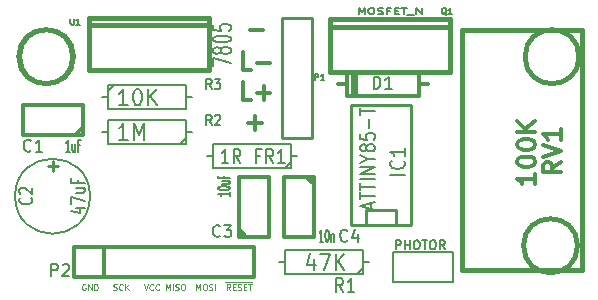
<source format=gto>
G04 (created by PCBNEW (2013-june-11)-stable) date Sun 07 Dec 2014 10:12:18 PM EST*
%MOIN*%
G04 Gerber Fmt 3.4, Leading zero omitted, Abs format*
%FSLAX34Y34*%
G01*
G70*
G90*
G04 APERTURE LIST*
%ADD10C,0.00590551*%
%ADD11C,0.00492126*%
%ADD12C,0.011811*%
%ADD13C,0.015*%
%ADD14C,0.006*%
%ADD15C,0.008*%
%ADD16C,0.01*%
%ADD17C,0.012*%
%ADD18C,0.005*%
%ADD19C,0.0075*%
%ADD20C,0.01125*%
G04 APERTURE END LIST*
G54D10*
G54D11*
X42045Y-48742D02*
X42026Y-48732D01*
X41998Y-48732D01*
X41970Y-48742D01*
X41951Y-48760D01*
X41942Y-48779D01*
X41933Y-48817D01*
X41933Y-48845D01*
X41942Y-48882D01*
X41951Y-48901D01*
X41970Y-48920D01*
X41998Y-48929D01*
X42017Y-48929D01*
X42045Y-48920D01*
X42055Y-48910D01*
X42055Y-48845D01*
X42017Y-48845D01*
X42139Y-48929D02*
X42139Y-48732D01*
X42251Y-48929D01*
X42251Y-48732D01*
X42345Y-48929D02*
X42345Y-48732D01*
X42392Y-48732D01*
X42420Y-48742D01*
X42439Y-48760D01*
X42448Y-48779D01*
X42458Y-48817D01*
X42458Y-48845D01*
X42448Y-48882D01*
X42439Y-48901D01*
X42420Y-48920D01*
X42392Y-48929D01*
X42345Y-48929D01*
X42983Y-48920D02*
X43011Y-48929D01*
X43058Y-48929D01*
X43076Y-48920D01*
X43086Y-48910D01*
X43095Y-48892D01*
X43095Y-48873D01*
X43086Y-48854D01*
X43076Y-48845D01*
X43058Y-48835D01*
X43020Y-48826D01*
X43001Y-48817D01*
X42992Y-48807D01*
X42983Y-48789D01*
X42983Y-48770D01*
X42992Y-48751D01*
X43001Y-48742D01*
X43020Y-48732D01*
X43067Y-48732D01*
X43095Y-48742D01*
X43292Y-48910D02*
X43282Y-48920D01*
X43254Y-48929D01*
X43236Y-48929D01*
X43208Y-48920D01*
X43189Y-48901D01*
X43179Y-48882D01*
X43170Y-48845D01*
X43170Y-48817D01*
X43179Y-48779D01*
X43189Y-48760D01*
X43208Y-48742D01*
X43236Y-48732D01*
X43254Y-48732D01*
X43282Y-48742D01*
X43292Y-48751D01*
X43376Y-48929D02*
X43376Y-48732D01*
X43489Y-48929D02*
X43404Y-48817D01*
X43489Y-48732D02*
X43376Y-48845D01*
X43995Y-48732D02*
X44061Y-48929D01*
X44126Y-48732D01*
X44304Y-48910D02*
X44295Y-48920D01*
X44267Y-48929D01*
X44248Y-48929D01*
X44220Y-48920D01*
X44201Y-48901D01*
X44192Y-48882D01*
X44182Y-48845D01*
X44182Y-48817D01*
X44192Y-48779D01*
X44201Y-48760D01*
X44220Y-48742D01*
X44248Y-48732D01*
X44267Y-48732D01*
X44295Y-48742D01*
X44304Y-48751D01*
X44501Y-48910D02*
X44492Y-48920D01*
X44464Y-48929D01*
X44445Y-48929D01*
X44417Y-48920D01*
X44398Y-48901D01*
X44389Y-48882D01*
X44379Y-48845D01*
X44379Y-48817D01*
X44389Y-48779D01*
X44398Y-48760D01*
X44417Y-48742D01*
X44445Y-48732D01*
X44464Y-48732D01*
X44492Y-48742D01*
X44501Y-48751D01*
X44735Y-48929D02*
X44735Y-48732D01*
X44801Y-48873D01*
X44867Y-48732D01*
X44867Y-48929D01*
X44960Y-48929D02*
X44960Y-48732D01*
X45045Y-48920D02*
X45073Y-48929D01*
X45120Y-48929D01*
X45139Y-48920D01*
X45148Y-48910D01*
X45157Y-48892D01*
X45157Y-48873D01*
X45148Y-48854D01*
X45139Y-48845D01*
X45120Y-48835D01*
X45082Y-48826D01*
X45064Y-48817D01*
X45054Y-48807D01*
X45045Y-48789D01*
X45045Y-48770D01*
X45054Y-48751D01*
X45064Y-48742D01*
X45082Y-48732D01*
X45129Y-48732D01*
X45157Y-48742D01*
X45279Y-48732D02*
X45317Y-48732D01*
X45335Y-48742D01*
X45354Y-48760D01*
X45363Y-48798D01*
X45363Y-48864D01*
X45354Y-48901D01*
X45335Y-48920D01*
X45317Y-48929D01*
X45279Y-48929D01*
X45260Y-48920D01*
X45242Y-48901D01*
X45232Y-48864D01*
X45232Y-48798D01*
X45242Y-48760D01*
X45260Y-48742D01*
X45279Y-48732D01*
X45748Y-48929D02*
X45748Y-48732D01*
X45813Y-48873D01*
X45879Y-48732D01*
X45879Y-48929D01*
X46010Y-48732D02*
X46048Y-48732D01*
X46067Y-48742D01*
X46085Y-48760D01*
X46095Y-48798D01*
X46095Y-48864D01*
X46085Y-48901D01*
X46067Y-48920D01*
X46048Y-48929D01*
X46010Y-48929D01*
X45992Y-48920D01*
X45973Y-48901D01*
X45963Y-48864D01*
X45963Y-48798D01*
X45973Y-48760D01*
X45992Y-48742D01*
X46010Y-48732D01*
X46170Y-48920D02*
X46198Y-48929D01*
X46245Y-48929D01*
X46263Y-48920D01*
X46273Y-48910D01*
X46282Y-48892D01*
X46282Y-48873D01*
X46273Y-48854D01*
X46263Y-48845D01*
X46245Y-48835D01*
X46207Y-48826D01*
X46188Y-48817D01*
X46179Y-48807D01*
X46170Y-48789D01*
X46170Y-48770D01*
X46179Y-48751D01*
X46188Y-48742D01*
X46207Y-48732D01*
X46254Y-48732D01*
X46282Y-48742D01*
X46366Y-48929D02*
X46366Y-48732D01*
X46873Y-48929D02*
X46807Y-48835D01*
X46760Y-48929D02*
X46760Y-48732D01*
X46835Y-48732D01*
X46854Y-48742D01*
X46863Y-48751D01*
X46873Y-48770D01*
X46873Y-48798D01*
X46863Y-48817D01*
X46854Y-48826D01*
X46835Y-48835D01*
X46760Y-48835D01*
X46957Y-48826D02*
X47023Y-48826D01*
X47051Y-48929D02*
X46957Y-48929D01*
X46957Y-48732D01*
X47051Y-48732D01*
X47126Y-48920D02*
X47154Y-48929D01*
X47201Y-48929D01*
X47220Y-48920D01*
X47229Y-48910D01*
X47238Y-48892D01*
X47238Y-48873D01*
X47229Y-48854D01*
X47220Y-48845D01*
X47201Y-48835D01*
X47163Y-48826D01*
X47145Y-48817D01*
X47135Y-48807D01*
X47126Y-48789D01*
X47126Y-48770D01*
X47135Y-48751D01*
X47145Y-48742D01*
X47163Y-48732D01*
X47210Y-48732D01*
X47238Y-48742D01*
X47323Y-48826D02*
X47388Y-48826D01*
X47416Y-48929D02*
X47323Y-48929D01*
X47323Y-48732D01*
X47416Y-48732D01*
X47473Y-48732D02*
X47585Y-48732D01*
X47529Y-48929D02*
X47529Y-48732D01*
X46713Y-48658D02*
X47604Y-48658D01*
G54D12*
X47567Y-41589D02*
X47285Y-41589D01*
X47285Y-40998D01*
X47764Y-41364D02*
X48214Y-41364D01*
X47567Y-42589D02*
X47285Y-42589D01*
X47285Y-41998D01*
X47764Y-42364D02*
X48214Y-42364D01*
X47989Y-42589D02*
X47989Y-42139D01*
X47475Y-43364D02*
X47924Y-43364D01*
X47700Y-43589D02*
X47700Y-43139D01*
X47525Y-40264D02*
X47974Y-40264D01*
G54D13*
X41650Y-41150D02*
G75*
G03X41650Y-41150I-900J0D01*
G74*
G01*
X58500Y-41150D02*
G75*
G03X58500Y-41150I-900J0D01*
G74*
G01*
X58450Y-47450D02*
G75*
G03X58450Y-47450I-900J0D01*
G74*
G01*
X54600Y-48250D02*
X54600Y-40250D01*
X54600Y-40250D02*
X57600Y-40250D01*
X57600Y-40250D02*
X58600Y-40250D01*
X58600Y-40250D02*
X58600Y-48250D01*
X58600Y-48250D02*
X54600Y-48250D01*
X41625Y-41150D02*
G75*
G03X41625Y-41150I-900J0D01*
G74*
G01*
G54D14*
X52300Y-48650D02*
X52300Y-47650D01*
X52300Y-47650D02*
X54300Y-47650D01*
X54300Y-47650D02*
X54300Y-48650D01*
X54300Y-48650D02*
X52300Y-48650D01*
G54D13*
X42150Y-40100D02*
X42150Y-39850D01*
X42150Y-39850D02*
X46150Y-39850D01*
X46150Y-39850D02*
X46150Y-40100D01*
X42150Y-41600D02*
X42150Y-40100D01*
X42150Y-40100D02*
X46150Y-40100D01*
X46150Y-40100D02*
X46150Y-41600D01*
X46150Y-41600D02*
X42150Y-41600D01*
X50200Y-40150D02*
X50200Y-39900D01*
X50200Y-39900D02*
X54200Y-39900D01*
X54200Y-39900D02*
X54200Y-40150D01*
X50200Y-41650D02*
X50200Y-40150D01*
X50200Y-40150D02*
X54200Y-40150D01*
X54200Y-40150D02*
X54200Y-41650D01*
X54200Y-41650D02*
X50200Y-41650D01*
G54D15*
X45600Y-43650D02*
X45400Y-43650D01*
X42600Y-43650D02*
X42800Y-43650D01*
X42800Y-43650D02*
X42800Y-44050D01*
X42800Y-44050D02*
X45400Y-44050D01*
X45400Y-44050D02*
X45400Y-43250D01*
X45400Y-43250D02*
X42800Y-43250D01*
X42800Y-43250D02*
X42800Y-43650D01*
X45400Y-43850D02*
X45200Y-44050D01*
X51500Y-48000D02*
X51300Y-48000D01*
X48500Y-48000D02*
X48700Y-48000D01*
X48700Y-48000D02*
X48700Y-48400D01*
X48700Y-48400D02*
X51300Y-48400D01*
X51300Y-48400D02*
X51300Y-47600D01*
X51300Y-47600D02*
X48700Y-47600D01*
X48700Y-47600D02*
X48700Y-48000D01*
X51300Y-48200D02*
X51100Y-48400D01*
G54D16*
X49600Y-39850D02*
X49600Y-43850D01*
X48600Y-39850D02*
X48600Y-43850D01*
X48600Y-43850D02*
X49600Y-43850D01*
X49600Y-39850D02*
X48600Y-39850D01*
G54D17*
X41650Y-48500D02*
X41650Y-47500D01*
X41650Y-47500D02*
X47650Y-47500D01*
X47650Y-47500D02*
X47650Y-48500D01*
X47650Y-48500D02*
X41650Y-48500D01*
X42650Y-48500D02*
X42650Y-47500D01*
X41930Y-43750D02*
X39950Y-43750D01*
X39950Y-43750D02*
X39950Y-42750D01*
X39950Y-42750D02*
X41950Y-42750D01*
X41950Y-42750D02*
X41950Y-43750D01*
X41950Y-43500D02*
X41700Y-43750D01*
X47150Y-47130D02*
X47150Y-45150D01*
X47150Y-45150D02*
X48150Y-45150D01*
X48150Y-45150D02*
X48150Y-47150D01*
X48150Y-47150D02*
X47150Y-47150D01*
X47400Y-47150D02*
X47150Y-46900D01*
G54D16*
X51400Y-46750D02*
X51400Y-46250D01*
X51400Y-46250D02*
X52400Y-46250D01*
X52400Y-46250D02*
X52400Y-46750D01*
X50900Y-46750D02*
X50900Y-42750D01*
X50900Y-42750D02*
X52900Y-42750D01*
X52900Y-42750D02*
X52900Y-46750D01*
X52900Y-46750D02*
X50900Y-46750D01*
G54D17*
X49650Y-45170D02*
X49650Y-47150D01*
X49650Y-47150D02*
X48650Y-47150D01*
X48650Y-47150D02*
X48650Y-45150D01*
X48650Y-45150D02*
X49650Y-45150D01*
X49400Y-45150D02*
X49650Y-45400D01*
G54D18*
X42200Y-45800D02*
G75*
G03X42200Y-45800I-1250J0D01*
G74*
G01*
G54D15*
X42600Y-42500D02*
X42800Y-42500D01*
X45600Y-42500D02*
X45400Y-42500D01*
X45400Y-42500D02*
X45400Y-42100D01*
X45400Y-42100D02*
X42800Y-42100D01*
X42800Y-42100D02*
X42800Y-42900D01*
X42800Y-42900D02*
X45400Y-42900D01*
X45400Y-42900D02*
X45400Y-42500D01*
X42800Y-42300D02*
X43000Y-42100D01*
X49100Y-44450D02*
X48900Y-44450D01*
X46100Y-44450D02*
X46300Y-44450D01*
X46300Y-44450D02*
X46300Y-44850D01*
X46300Y-44850D02*
X48900Y-44850D01*
X48900Y-44850D02*
X48900Y-44050D01*
X48900Y-44050D02*
X46300Y-44050D01*
X46300Y-44050D02*
X46300Y-44450D01*
X48900Y-44650D02*
X48700Y-44850D01*
G54D17*
X50450Y-42050D02*
X50750Y-42050D01*
X50750Y-42050D02*
X50750Y-42450D01*
X50750Y-42450D02*
X53150Y-42450D01*
X53150Y-42450D02*
X53150Y-42050D01*
X53150Y-42050D02*
X53450Y-42050D01*
X53150Y-42050D02*
X53150Y-41650D01*
X53150Y-41650D02*
X50750Y-41650D01*
X50750Y-41650D02*
X50750Y-42050D01*
X50950Y-42450D02*
X50950Y-41650D01*
X51050Y-41650D02*
X51050Y-42450D01*
X57892Y-44657D02*
X57607Y-44857D01*
X57892Y-45000D02*
X57292Y-45000D01*
X57292Y-44771D01*
X57321Y-44714D01*
X57350Y-44685D01*
X57407Y-44657D01*
X57492Y-44657D01*
X57550Y-44685D01*
X57578Y-44714D01*
X57607Y-44771D01*
X57607Y-45000D01*
X57292Y-44485D02*
X57892Y-44285D01*
X57292Y-44085D01*
X57892Y-43571D02*
X57892Y-43914D01*
X57892Y-43742D02*
X57292Y-43742D01*
X57378Y-43800D01*
X57435Y-43857D01*
X57464Y-43914D01*
X57042Y-45050D02*
X57042Y-45392D01*
X57042Y-45221D02*
X56442Y-45221D01*
X56528Y-45278D01*
X56585Y-45335D01*
X56614Y-45392D01*
X56442Y-44678D02*
X56442Y-44621D01*
X56471Y-44564D01*
X56500Y-44535D01*
X56557Y-44507D01*
X56671Y-44478D01*
X56814Y-44478D01*
X56928Y-44507D01*
X56985Y-44535D01*
X57014Y-44564D01*
X57042Y-44621D01*
X57042Y-44678D01*
X57014Y-44735D01*
X56985Y-44764D01*
X56928Y-44792D01*
X56814Y-44821D01*
X56671Y-44821D01*
X56557Y-44792D01*
X56500Y-44764D01*
X56471Y-44735D01*
X56442Y-44678D01*
X56442Y-44107D02*
X56442Y-44049D01*
X56471Y-43992D01*
X56500Y-43964D01*
X56557Y-43935D01*
X56671Y-43907D01*
X56814Y-43907D01*
X56928Y-43935D01*
X56985Y-43964D01*
X57014Y-43992D01*
X57042Y-44049D01*
X57042Y-44107D01*
X57014Y-44164D01*
X56985Y-44192D01*
X56928Y-44221D01*
X56814Y-44249D01*
X56671Y-44249D01*
X56557Y-44221D01*
X56500Y-44192D01*
X56471Y-44164D01*
X56442Y-44107D01*
X57042Y-43649D02*
X56442Y-43649D01*
X57042Y-43307D02*
X56700Y-43564D01*
X56442Y-43307D02*
X56785Y-43649D01*
G54D14*
X52385Y-47571D02*
X52385Y-47271D01*
X52500Y-47271D01*
X52528Y-47285D01*
X52542Y-47300D01*
X52557Y-47328D01*
X52557Y-47371D01*
X52542Y-47400D01*
X52528Y-47414D01*
X52500Y-47428D01*
X52385Y-47428D01*
X52685Y-47571D02*
X52685Y-47271D01*
X52685Y-47414D02*
X52857Y-47414D01*
X52857Y-47571D02*
X52857Y-47271D01*
X53057Y-47271D02*
X53114Y-47271D01*
X53142Y-47285D01*
X53171Y-47314D01*
X53185Y-47371D01*
X53185Y-47471D01*
X53171Y-47528D01*
X53142Y-47557D01*
X53114Y-47571D01*
X53057Y-47571D01*
X53028Y-47557D01*
X53000Y-47528D01*
X52985Y-47471D01*
X52985Y-47371D01*
X53000Y-47314D01*
X53028Y-47285D01*
X53057Y-47271D01*
X53271Y-47271D02*
X53442Y-47271D01*
X53357Y-47571D02*
X53357Y-47271D01*
X53600Y-47271D02*
X53657Y-47271D01*
X53685Y-47285D01*
X53714Y-47314D01*
X53728Y-47371D01*
X53728Y-47471D01*
X53714Y-47528D01*
X53685Y-47557D01*
X53657Y-47571D01*
X53600Y-47571D01*
X53571Y-47557D01*
X53542Y-47528D01*
X53528Y-47471D01*
X53528Y-47371D01*
X53542Y-47314D01*
X53571Y-47285D01*
X53600Y-47271D01*
X54028Y-47571D02*
X53928Y-47428D01*
X53857Y-47571D02*
X53857Y-47271D01*
X53971Y-47271D01*
X54000Y-47285D01*
X54014Y-47300D01*
X54028Y-47328D01*
X54028Y-47371D01*
X54014Y-47400D01*
X54000Y-47414D01*
X53971Y-47428D01*
X53857Y-47428D01*
G54D18*
X41547Y-39880D02*
X41547Y-40042D01*
X41557Y-40061D01*
X41566Y-40071D01*
X41585Y-40080D01*
X41623Y-40080D01*
X41642Y-40071D01*
X41652Y-40061D01*
X41661Y-40042D01*
X41661Y-39880D01*
X41861Y-40080D02*
X41747Y-40080D01*
X41804Y-40080D02*
X41804Y-39880D01*
X41785Y-39909D01*
X41766Y-39928D01*
X41747Y-39938D01*
G54D15*
X46292Y-41454D02*
X46292Y-41188D01*
X46892Y-41359D01*
X46550Y-40978D02*
X46521Y-41016D01*
X46492Y-41035D01*
X46435Y-41054D01*
X46407Y-41054D01*
X46350Y-41035D01*
X46321Y-41016D01*
X46292Y-40978D01*
X46292Y-40902D01*
X46321Y-40864D01*
X46350Y-40845D01*
X46407Y-40826D01*
X46435Y-40826D01*
X46492Y-40845D01*
X46521Y-40864D01*
X46550Y-40902D01*
X46550Y-40978D01*
X46578Y-41016D01*
X46607Y-41035D01*
X46664Y-41054D01*
X46778Y-41054D01*
X46835Y-41035D01*
X46864Y-41016D01*
X46892Y-40978D01*
X46892Y-40902D01*
X46864Y-40864D01*
X46835Y-40845D01*
X46778Y-40826D01*
X46664Y-40826D01*
X46607Y-40845D01*
X46578Y-40864D01*
X46550Y-40902D01*
X46292Y-40578D02*
X46292Y-40540D01*
X46321Y-40502D01*
X46350Y-40483D01*
X46407Y-40464D01*
X46521Y-40445D01*
X46664Y-40445D01*
X46778Y-40464D01*
X46835Y-40483D01*
X46864Y-40502D01*
X46892Y-40540D01*
X46892Y-40578D01*
X46864Y-40616D01*
X46835Y-40635D01*
X46778Y-40654D01*
X46664Y-40673D01*
X46521Y-40673D01*
X46407Y-40654D01*
X46350Y-40635D01*
X46321Y-40616D01*
X46292Y-40578D01*
X46292Y-40083D02*
X46292Y-40273D01*
X46578Y-40292D01*
X46550Y-40273D01*
X46521Y-40235D01*
X46521Y-40140D01*
X46550Y-40102D01*
X46578Y-40083D01*
X46635Y-40064D01*
X46778Y-40064D01*
X46835Y-40083D01*
X46864Y-40102D01*
X46892Y-40140D01*
X46892Y-40235D01*
X46864Y-40273D01*
X46835Y-40292D01*
G54D18*
X54080Y-39750D02*
X54061Y-39740D01*
X54042Y-39721D01*
X54014Y-39692D01*
X53995Y-39683D01*
X53976Y-39683D01*
X53985Y-39730D02*
X53966Y-39721D01*
X53947Y-39702D01*
X53938Y-39664D01*
X53938Y-39597D01*
X53947Y-39559D01*
X53966Y-39540D01*
X53985Y-39530D01*
X54023Y-39530D01*
X54042Y-39540D01*
X54061Y-39559D01*
X54071Y-39597D01*
X54071Y-39664D01*
X54061Y-39702D01*
X54042Y-39721D01*
X54023Y-39730D01*
X53985Y-39730D01*
X54261Y-39730D02*
X54147Y-39730D01*
X54204Y-39730D02*
X54204Y-39530D01*
X54185Y-39559D01*
X54166Y-39578D01*
X54147Y-39588D01*
X51150Y-39730D02*
X51150Y-39530D01*
X51250Y-39673D01*
X51350Y-39530D01*
X51350Y-39730D01*
X51550Y-39530D02*
X51607Y-39530D01*
X51635Y-39540D01*
X51664Y-39559D01*
X51678Y-39597D01*
X51678Y-39664D01*
X51664Y-39702D01*
X51635Y-39721D01*
X51607Y-39730D01*
X51550Y-39730D01*
X51521Y-39721D01*
X51492Y-39702D01*
X51478Y-39664D01*
X51478Y-39597D01*
X51492Y-39559D01*
X51521Y-39540D01*
X51550Y-39530D01*
X51792Y-39721D02*
X51835Y-39730D01*
X51907Y-39730D01*
X51935Y-39721D01*
X51950Y-39711D01*
X51964Y-39692D01*
X51964Y-39673D01*
X51950Y-39654D01*
X51935Y-39645D01*
X51907Y-39635D01*
X51850Y-39626D01*
X51821Y-39616D01*
X51807Y-39607D01*
X51792Y-39588D01*
X51792Y-39569D01*
X51807Y-39550D01*
X51821Y-39540D01*
X51850Y-39530D01*
X51921Y-39530D01*
X51964Y-39540D01*
X52192Y-39626D02*
X52092Y-39626D01*
X52092Y-39730D02*
X52092Y-39530D01*
X52235Y-39530D01*
X52350Y-39626D02*
X52450Y-39626D01*
X52492Y-39730D02*
X52350Y-39730D01*
X52350Y-39530D01*
X52492Y-39530D01*
X52578Y-39530D02*
X52750Y-39530D01*
X52664Y-39730D02*
X52664Y-39530D01*
X52778Y-39750D02*
X53007Y-39750D01*
X53078Y-39730D02*
X53078Y-39530D01*
X53250Y-39730D01*
X53250Y-39530D01*
G54D19*
X46250Y-43441D02*
X46150Y-43275D01*
X46078Y-43441D02*
X46078Y-43091D01*
X46192Y-43091D01*
X46221Y-43108D01*
X46235Y-43125D01*
X46250Y-43158D01*
X46250Y-43208D01*
X46235Y-43241D01*
X46221Y-43258D01*
X46192Y-43275D01*
X46078Y-43275D01*
X46364Y-43125D02*
X46378Y-43108D01*
X46407Y-43091D01*
X46478Y-43091D01*
X46507Y-43108D01*
X46521Y-43125D01*
X46535Y-43158D01*
X46535Y-43191D01*
X46521Y-43241D01*
X46350Y-43441D01*
X46535Y-43441D01*
G54D15*
X43457Y-43922D02*
X43171Y-43922D01*
X43314Y-43922D02*
X43314Y-43372D01*
X43266Y-43451D01*
X43219Y-43503D01*
X43171Y-43529D01*
X43671Y-43922D02*
X43671Y-43372D01*
X43838Y-43765D01*
X44004Y-43372D01*
X44004Y-43922D01*
X50633Y-48982D02*
X50500Y-48767D01*
X50404Y-48982D02*
X50404Y-48532D01*
X50557Y-48532D01*
X50595Y-48553D01*
X50614Y-48575D01*
X50633Y-48617D01*
X50633Y-48682D01*
X50614Y-48725D01*
X50595Y-48746D01*
X50557Y-48767D01*
X50404Y-48767D01*
X51014Y-48982D02*
X50785Y-48982D01*
X50900Y-48982D02*
X50900Y-48532D01*
X50861Y-48596D01*
X50823Y-48639D01*
X50785Y-48660D01*
X49657Y-47905D02*
X49657Y-48272D01*
X49538Y-47696D02*
X49419Y-48089D01*
X49728Y-48089D01*
X49871Y-47722D02*
X50204Y-47722D01*
X49990Y-48272D01*
X50395Y-48272D02*
X50395Y-47722D01*
X50680Y-48272D02*
X50466Y-47958D01*
X50680Y-47722D02*
X50395Y-48036D01*
G54D18*
X49702Y-41930D02*
X49702Y-41730D01*
X49778Y-41730D01*
X49797Y-41740D01*
X49807Y-41750D01*
X49816Y-41769D01*
X49816Y-41797D01*
X49807Y-41816D01*
X49797Y-41826D01*
X49778Y-41835D01*
X49702Y-41835D01*
X50007Y-41930D02*
X49892Y-41930D01*
X49950Y-41930D02*
X49950Y-41730D01*
X49930Y-41759D01*
X49911Y-41778D01*
X49892Y-41788D01*
G54D15*
X40904Y-48461D02*
X40904Y-48061D01*
X41057Y-48061D01*
X41095Y-48080D01*
X41114Y-48100D01*
X41133Y-48138D01*
X41133Y-48195D01*
X41114Y-48233D01*
X41095Y-48252D01*
X41057Y-48271D01*
X40904Y-48271D01*
X41285Y-48100D02*
X41304Y-48080D01*
X41342Y-48061D01*
X41438Y-48061D01*
X41476Y-48080D01*
X41495Y-48100D01*
X41514Y-48138D01*
X41514Y-48176D01*
X41495Y-48233D01*
X41266Y-48461D01*
X41514Y-48461D01*
X40233Y-44273D02*
X40214Y-44292D01*
X40157Y-44311D01*
X40119Y-44311D01*
X40061Y-44292D01*
X40023Y-44254D01*
X40004Y-44216D01*
X39985Y-44140D01*
X39985Y-44083D01*
X40004Y-44007D01*
X40023Y-43969D01*
X40061Y-43930D01*
X40119Y-43911D01*
X40157Y-43911D01*
X40214Y-43930D01*
X40233Y-43950D01*
X40614Y-44311D02*
X40385Y-44311D01*
X40500Y-44311D02*
X40500Y-43911D01*
X40461Y-43969D01*
X40423Y-44007D01*
X40385Y-44026D01*
G54D18*
X41530Y-44311D02*
X41416Y-44311D01*
X41473Y-44311D02*
X41473Y-43911D01*
X41454Y-43969D01*
X41435Y-44007D01*
X41416Y-44026D01*
X41702Y-44045D02*
X41702Y-44311D01*
X41616Y-44045D02*
X41616Y-44254D01*
X41626Y-44292D01*
X41645Y-44311D01*
X41673Y-44311D01*
X41692Y-44292D01*
X41702Y-44273D01*
X41864Y-44102D02*
X41797Y-44102D01*
X41797Y-44311D02*
X41797Y-43911D01*
X41892Y-43911D01*
G54D15*
X46533Y-47123D02*
X46514Y-47142D01*
X46457Y-47161D01*
X46419Y-47161D01*
X46361Y-47142D01*
X46323Y-47104D01*
X46304Y-47066D01*
X46285Y-46990D01*
X46285Y-46933D01*
X46304Y-46857D01*
X46323Y-46819D01*
X46361Y-46780D01*
X46419Y-46761D01*
X46457Y-46761D01*
X46514Y-46780D01*
X46533Y-46800D01*
X46666Y-46761D02*
X46914Y-46761D01*
X46780Y-46914D01*
X46838Y-46914D01*
X46876Y-46933D01*
X46895Y-46952D01*
X46914Y-46990D01*
X46914Y-47085D01*
X46895Y-47123D01*
X46876Y-47142D01*
X46838Y-47161D01*
X46723Y-47161D01*
X46685Y-47142D01*
X46666Y-47123D01*
G54D18*
X46861Y-45664D02*
X46861Y-45778D01*
X46861Y-45721D02*
X46461Y-45721D01*
X46519Y-45740D01*
X46557Y-45759D01*
X46576Y-45778D01*
X46461Y-45540D02*
X46461Y-45521D01*
X46480Y-45502D01*
X46500Y-45492D01*
X46538Y-45483D01*
X46614Y-45473D01*
X46709Y-45473D01*
X46785Y-45483D01*
X46823Y-45492D01*
X46842Y-45502D01*
X46861Y-45521D01*
X46861Y-45540D01*
X46842Y-45559D01*
X46823Y-45569D01*
X46785Y-45578D01*
X46709Y-45588D01*
X46614Y-45588D01*
X46538Y-45578D01*
X46500Y-45569D01*
X46480Y-45559D01*
X46461Y-45540D01*
X46595Y-45302D02*
X46861Y-45302D01*
X46595Y-45388D02*
X46804Y-45388D01*
X46842Y-45378D01*
X46861Y-45359D01*
X46861Y-45330D01*
X46842Y-45311D01*
X46823Y-45302D01*
X46652Y-45140D02*
X46652Y-45207D01*
X46861Y-45207D02*
X46461Y-45207D01*
X46461Y-45111D01*
G54D15*
X52702Y-45089D02*
X52202Y-45089D01*
X52654Y-44617D02*
X52678Y-44639D01*
X52702Y-44703D01*
X52702Y-44746D01*
X52678Y-44810D01*
X52630Y-44853D01*
X52583Y-44874D01*
X52488Y-44896D01*
X52416Y-44896D01*
X52321Y-44874D01*
X52273Y-44853D01*
X52226Y-44810D01*
X52202Y-44746D01*
X52202Y-44703D01*
X52226Y-44639D01*
X52250Y-44617D01*
X52702Y-44189D02*
X52702Y-44446D01*
X52702Y-44317D02*
X52202Y-44317D01*
X52273Y-44360D01*
X52321Y-44403D01*
X52345Y-44446D01*
X51559Y-46207D02*
X51559Y-46016D01*
X51702Y-46245D02*
X51202Y-46111D01*
X51702Y-45978D01*
X51202Y-45902D02*
X51202Y-45673D01*
X51702Y-45788D02*
X51202Y-45788D01*
X51202Y-45597D02*
X51202Y-45369D01*
X51702Y-45483D02*
X51202Y-45483D01*
X51702Y-45235D02*
X51202Y-45235D01*
X51702Y-45045D02*
X51202Y-45045D01*
X51702Y-44816D01*
X51202Y-44816D01*
X51464Y-44549D02*
X51702Y-44549D01*
X51202Y-44683D02*
X51464Y-44549D01*
X51202Y-44416D01*
X51416Y-44226D02*
X51392Y-44264D01*
X51369Y-44283D01*
X51321Y-44302D01*
X51297Y-44302D01*
X51250Y-44283D01*
X51226Y-44264D01*
X51202Y-44226D01*
X51202Y-44150D01*
X51226Y-44111D01*
X51250Y-44092D01*
X51297Y-44073D01*
X51321Y-44073D01*
X51369Y-44092D01*
X51392Y-44111D01*
X51416Y-44150D01*
X51416Y-44226D01*
X51440Y-44264D01*
X51464Y-44283D01*
X51511Y-44302D01*
X51607Y-44302D01*
X51654Y-44283D01*
X51678Y-44264D01*
X51702Y-44226D01*
X51702Y-44150D01*
X51678Y-44111D01*
X51654Y-44092D01*
X51607Y-44073D01*
X51511Y-44073D01*
X51464Y-44092D01*
X51440Y-44111D01*
X51416Y-44150D01*
X51202Y-43711D02*
X51202Y-43902D01*
X51440Y-43921D01*
X51416Y-43902D01*
X51392Y-43864D01*
X51392Y-43769D01*
X51416Y-43730D01*
X51440Y-43711D01*
X51488Y-43692D01*
X51607Y-43692D01*
X51654Y-43711D01*
X51678Y-43730D01*
X51702Y-43769D01*
X51702Y-43864D01*
X51678Y-43902D01*
X51654Y-43921D01*
X51511Y-43521D02*
X51511Y-43216D01*
X51202Y-43083D02*
X51202Y-42854D01*
X51702Y-42969D02*
X51202Y-42969D01*
X50783Y-47273D02*
X50764Y-47292D01*
X50707Y-47311D01*
X50669Y-47311D01*
X50611Y-47292D01*
X50573Y-47254D01*
X50554Y-47216D01*
X50535Y-47140D01*
X50535Y-47083D01*
X50554Y-47007D01*
X50573Y-46969D01*
X50611Y-46930D01*
X50669Y-46911D01*
X50707Y-46911D01*
X50764Y-46930D01*
X50783Y-46950D01*
X51126Y-47045D02*
X51126Y-47311D01*
X51030Y-46892D02*
X50935Y-47178D01*
X51183Y-47178D01*
G54D18*
X49971Y-47311D02*
X49857Y-47311D01*
X49914Y-47311D02*
X49914Y-46911D01*
X49895Y-46969D01*
X49876Y-47007D01*
X49857Y-47026D01*
X50095Y-46911D02*
X50114Y-46911D01*
X50133Y-46930D01*
X50142Y-46950D01*
X50152Y-46988D01*
X50161Y-47064D01*
X50161Y-47159D01*
X50152Y-47235D01*
X50142Y-47273D01*
X50133Y-47292D01*
X50114Y-47311D01*
X50095Y-47311D01*
X50076Y-47292D01*
X50066Y-47273D01*
X50057Y-47235D01*
X50047Y-47159D01*
X50047Y-47064D01*
X50057Y-46988D01*
X50066Y-46950D01*
X50076Y-46930D01*
X50095Y-46911D01*
X50247Y-47045D02*
X50247Y-47311D01*
X50247Y-47083D02*
X50257Y-47064D01*
X50276Y-47045D01*
X50304Y-47045D01*
X50323Y-47064D01*
X50333Y-47102D01*
X50333Y-47311D01*
G54D15*
X40239Y-45858D02*
X40260Y-45875D01*
X40282Y-45925D01*
X40282Y-45958D01*
X40260Y-46008D01*
X40217Y-46041D01*
X40175Y-46058D01*
X40089Y-46075D01*
X40025Y-46075D01*
X39939Y-46058D01*
X39896Y-46041D01*
X39853Y-46008D01*
X39832Y-45958D01*
X39832Y-45925D01*
X39853Y-45875D01*
X39875Y-45858D01*
X39875Y-45725D02*
X39853Y-45708D01*
X39832Y-45675D01*
X39832Y-45591D01*
X39853Y-45558D01*
X39875Y-45541D01*
X39917Y-45525D01*
X39960Y-45525D01*
X40025Y-45541D01*
X40282Y-45741D01*
X40282Y-45525D01*
X41732Y-46208D02*
X42032Y-46208D01*
X41560Y-46291D02*
X41882Y-46375D01*
X41882Y-46158D01*
X41582Y-46058D02*
X41582Y-45824D01*
X42032Y-45974D01*
X41732Y-45541D02*
X42032Y-45541D01*
X41732Y-45691D02*
X41967Y-45691D01*
X42010Y-45674D01*
X42032Y-45641D01*
X42032Y-45591D01*
X42010Y-45558D01*
X41989Y-45541D01*
X41796Y-45258D02*
X41796Y-45374D01*
X42032Y-45374D02*
X41582Y-45374D01*
X41582Y-45208D01*
G54D20*
X40960Y-44971D02*
X40960Y-44628D01*
X41132Y-44800D02*
X40789Y-44800D01*
G54D17*
G54D19*
X46250Y-42241D02*
X46150Y-42075D01*
X46078Y-42241D02*
X46078Y-41891D01*
X46192Y-41891D01*
X46221Y-41908D01*
X46235Y-41925D01*
X46250Y-41958D01*
X46250Y-42008D01*
X46235Y-42041D01*
X46221Y-42058D01*
X46192Y-42075D01*
X46078Y-42075D01*
X46350Y-41891D02*
X46535Y-41891D01*
X46435Y-42025D01*
X46478Y-42025D01*
X46507Y-42041D01*
X46521Y-42058D01*
X46535Y-42091D01*
X46535Y-42175D01*
X46521Y-42208D01*
X46507Y-42225D01*
X46478Y-42241D01*
X46392Y-42241D01*
X46364Y-42225D01*
X46350Y-42208D01*
G54D15*
X43454Y-42772D02*
X43169Y-42772D01*
X43311Y-42772D02*
X43311Y-42222D01*
X43264Y-42301D01*
X43216Y-42353D01*
X43169Y-42379D01*
X43764Y-42222D02*
X43811Y-42222D01*
X43859Y-42248D01*
X43883Y-42275D01*
X43907Y-42327D01*
X43930Y-42432D01*
X43930Y-42563D01*
X43907Y-42667D01*
X43883Y-42720D01*
X43859Y-42746D01*
X43811Y-42772D01*
X43764Y-42772D01*
X43716Y-42746D01*
X43692Y-42720D01*
X43669Y-42667D01*
X43645Y-42563D01*
X43645Y-42432D01*
X43669Y-42327D01*
X43692Y-42275D01*
X43716Y-42248D01*
X43764Y-42222D01*
X44145Y-42772D02*
X44145Y-42222D01*
X44430Y-42772D02*
X44216Y-42458D01*
X44430Y-42222D02*
X44145Y-42536D01*
X47866Y-44446D02*
X47733Y-44446D01*
X47733Y-44682D02*
X47733Y-44232D01*
X47923Y-44232D01*
X48304Y-44682D02*
X48171Y-44467D01*
X48076Y-44682D02*
X48076Y-44232D01*
X48228Y-44232D01*
X48266Y-44253D01*
X48285Y-44275D01*
X48304Y-44317D01*
X48304Y-44382D01*
X48285Y-44425D01*
X48266Y-44446D01*
X48228Y-44467D01*
X48076Y-44467D01*
X48685Y-44682D02*
X48457Y-44682D01*
X48571Y-44682D02*
X48571Y-44232D01*
X48533Y-44296D01*
X48495Y-44339D01*
X48457Y-44360D01*
X46814Y-44682D02*
X46585Y-44682D01*
X46700Y-44682D02*
X46700Y-44232D01*
X46661Y-44296D01*
X46623Y-44339D01*
X46585Y-44360D01*
X47214Y-44682D02*
X47080Y-44467D01*
X46985Y-44682D02*
X46985Y-44232D01*
X47138Y-44232D01*
X47176Y-44253D01*
X47195Y-44275D01*
X47214Y-44317D01*
X47214Y-44382D01*
X47195Y-44425D01*
X47176Y-44446D01*
X47138Y-44467D01*
X46985Y-44467D01*
X51654Y-42211D02*
X51654Y-41811D01*
X51750Y-41811D01*
X51807Y-41830D01*
X51845Y-41869D01*
X51864Y-41907D01*
X51883Y-41983D01*
X51883Y-42040D01*
X51864Y-42116D01*
X51845Y-42154D01*
X51807Y-42192D01*
X51750Y-42211D01*
X51654Y-42211D01*
X52264Y-42211D02*
X52035Y-42211D01*
X52150Y-42211D02*
X52150Y-41811D01*
X52111Y-41869D01*
X52073Y-41907D01*
X52035Y-41926D01*
M02*

</source>
